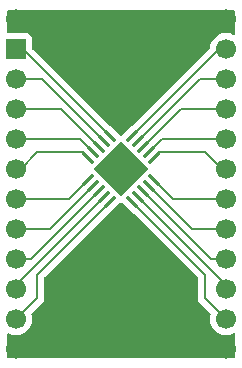
<source format=gtl>
G04 #@! TF.GenerationSoftware,KiCad,Pcbnew,9.0.6*
G04 #@! TF.CreationDate,2026-01-08T12:32:58-06:00*
G04 #@! TF.ProjectId,QFN-20_5x5_P0.65,51464e2d-3230-45f3-9578-355f50302e36,rev?*
G04 #@! TF.SameCoordinates,Original*
G04 #@! TF.FileFunction,Copper,L1,Top*
G04 #@! TF.FilePolarity,Positive*
%FSLAX46Y46*%
G04 Gerber Fmt 4.6, Leading zero omitted, Abs format (unit mm)*
G04 Created by KiCad (PCBNEW 9.0.6) date 2026-01-08 12:32:58*
%MOMM*%
%LPD*%
G01*
G04 APERTURE LIST*
G04 Aperture macros list*
%AMRoundRect*
0 Rectangle with rounded corners*
0 $1 Rounding radius*
0 $2 $3 $4 $5 $6 $7 $8 $9 X,Y pos of 4 corners*
0 Add a 4 corners polygon primitive as box body*
4,1,4,$2,$3,$4,$5,$6,$7,$8,$9,$2,$3,0*
0 Add four circle primitives for the rounded corners*
1,1,$1+$1,$2,$3*
1,1,$1+$1,$4,$5*
1,1,$1+$1,$6,$7*
1,1,$1+$1,$8,$9*
0 Add four rect primitives between the rounded corners*
20,1,$1+$1,$2,$3,$4,$5,0*
20,1,$1+$1,$4,$5,$6,$7,0*
20,1,$1+$1,$6,$7,$8,$9,0*
20,1,$1+$1,$8,$9,$2,$3,0*%
%AMRotRect*
0 Rectangle, with rotation*
0 The origin of the aperture is its center*
0 $1 length*
0 $2 width*
0 $3 Rotation angle, in degrees counterclockwise*
0 Add horizontal line*
21,1,$1,$2,0,0,$3*%
G04 Aperture macros list end*
G04 #@! TA.AperFunction,SMDPad,CuDef*
%ADD10RoundRect,0.075000X-0.424264X0.318198X0.318198X-0.424264X0.424264X-0.318198X-0.318198X0.424264X0*%
G04 #@! TD*
G04 #@! TA.AperFunction,SMDPad,CuDef*
%ADD11RoundRect,0.075000X-0.424264X-0.318198X-0.318198X-0.424264X0.424264X0.318198X0.318198X0.424264X0*%
G04 #@! TD*
G04 #@! TA.AperFunction,HeatsinkPad*
%ADD12C,0.500000*%
G04 #@! TD*
G04 #@! TA.AperFunction,HeatsinkPad*
%ADD13RotRect,3.350000X3.350000X315.000000*%
G04 #@! TD*
G04 #@! TA.AperFunction,ComponentPad*
%ADD14C,1.700000*%
G04 #@! TD*
G04 #@! TA.AperFunction,ComponentPad*
%ADD15R,1.700000X1.700000*%
G04 #@! TD*
G04 #@! TA.AperFunction,ViaPad*
%ADD16C,0.600000*%
G04 #@! TD*
G04 #@! TA.AperFunction,Conductor*
%ADD17C,0.200000*%
G04 #@! TD*
G04 APERTURE END LIST*
D10*
X137015786Y-117046548D03*
X136096548Y-117965786D03*
X137475406Y-116586928D03*
X135636928Y-118425406D03*
X136556166Y-117506166D03*
D11*
X135636928Y-120334594D03*
X136096548Y-120794214D03*
X136556166Y-121253834D03*
X137015786Y-121713452D03*
X137475406Y-122173072D03*
D10*
X139384594Y-122173072D03*
X139844214Y-121713452D03*
X140303834Y-121253834D03*
X140763452Y-120794214D03*
X141223072Y-120334594D03*
D11*
X141223072Y-118425406D03*
X140763452Y-117965786D03*
X140303834Y-117506166D03*
X139844214Y-117046548D03*
X139384594Y-116586928D03*
D12*
X138430000Y-117364746D03*
X137422373Y-118372373D03*
X136414746Y-119380000D03*
X139437627Y-118372373D03*
X138430000Y-119380000D03*
D13*
X138430000Y-119380000D03*
D12*
X137422373Y-120387627D03*
X140445254Y-119380000D03*
X139437627Y-120387627D03*
X138430000Y-121395254D03*
D14*
X129540000Y-106680000D03*
D15*
X129540000Y-109220000D03*
D14*
X129540000Y-111760000D03*
X129540000Y-114300000D03*
X129540000Y-116840000D03*
X129540000Y-119380000D03*
X129540000Y-121920000D03*
X129540000Y-124460000D03*
X129540000Y-127000000D03*
X129540000Y-129540000D03*
X129540000Y-132080000D03*
X129540000Y-134620000D03*
X147320000Y-106680000D03*
X147320000Y-109220000D03*
X147320000Y-111760000D03*
X147320000Y-114300000D03*
X147320000Y-116840000D03*
X147320000Y-119380000D03*
X147320000Y-121920000D03*
X147320000Y-124460000D03*
X147320000Y-127000000D03*
X147320000Y-129540000D03*
X147320000Y-132080000D03*
X147320000Y-134620000D03*
D16*
X138430000Y-115189000D03*
X138430000Y-129540000D03*
X138430000Y-109220000D03*
X138430000Y-123571000D03*
D17*
X145542000Y-130302000D02*
X147320000Y-132080000D01*
X145542000Y-128330478D02*
X145542000Y-130302000D01*
X139384594Y-122173072D02*
X145542000Y-128330478D01*
X131318000Y-130302000D02*
X129540000Y-132080000D01*
X131318000Y-128330478D02*
X131318000Y-130302000D01*
X137475406Y-122173072D02*
X131318000Y-128330478D01*
X147320000Y-129189238D02*
X147320000Y-129540000D01*
X139844214Y-121713452D02*
X147320000Y-129189238D01*
X146050000Y-127000000D02*
X147320000Y-127000000D01*
X140303834Y-121253834D02*
X146050000Y-127000000D01*
X140763452Y-120794214D02*
X144429238Y-124460000D01*
X144429238Y-124460000D02*
X147320000Y-124460000D01*
X142808478Y-121920000D02*
X147320000Y-121920000D01*
X141223072Y-120334594D02*
X142808478Y-121920000D01*
X129540000Y-129189238D02*
X129540000Y-129540000D01*
X137015786Y-121713452D02*
X129540000Y-129189238D01*
X130810000Y-127000000D02*
X129540000Y-127000000D01*
X136556166Y-121253834D02*
X130810000Y-127000000D01*
X132430762Y-124460000D02*
X129540000Y-124460000D01*
X136096548Y-120794214D02*
X132430762Y-124460000D01*
X134051522Y-121920000D02*
X129540000Y-121920000D01*
X135636928Y-120334594D02*
X134051522Y-121920000D01*
X146751522Y-109220000D02*
X147320000Y-109220000D01*
X139384594Y-116586928D02*
X146751522Y-109220000D01*
X130108478Y-109220000D02*
X129540000Y-109220000D01*
X137475406Y-116586928D02*
X130108478Y-109220000D01*
X131729238Y-111760000D02*
X129540000Y-111760000D01*
X137015786Y-117046548D02*
X131729238Y-111760000D01*
X133350000Y-114300000D02*
X129540000Y-114300000D01*
X136556166Y-117506166D02*
X133350000Y-114300000D01*
X145130762Y-111760000D02*
X147320000Y-111760000D01*
X139844214Y-117046548D02*
X145130762Y-111760000D01*
X143510000Y-114300000D02*
X147320000Y-114300000D01*
X140303834Y-117506166D02*
X143510000Y-114300000D01*
X140763452Y-117965786D02*
X141889238Y-116840000D01*
X141889238Y-116840000D02*
X147320000Y-116840000D01*
X146939000Y-119380000D02*
X147320000Y-119380000D01*
X145542000Y-117983000D02*
X146939000Y-119380000D01*
X141665478Y-117983000D02*
X145542000Y-117983000D01*
X141223072Y-118425406D02*
X141665478Y-117983000D01*
X136096548Y-117965786D02*
X134970762Y-116840000D01*
X134970762Y-116840000D02*
X129540000Y-116840000D01*
X129921000Y-119380000D02*
X131318000Y-117983000D01*
X129540000Y-119380000D02*
X129921000Y-119380000D01*
X135194522Y-117983000D02*
X131318000Y-117983000D01*
X135636928Y-118425406D02*
X135194522Y-117983000D01*
G04 #@! TA.AperFunction,Conductor*
G36*
X138518712Y-122226149D02*
G01*
X138523946Y-122232189D01*
X138524050Y-122232099D01*
X138526726Y-122235151D01*
X139322515Y-123030940D01*
X139322523Y-123030947D01*
X139412557Y-123100034D01*
X139412558Y-123100034D01*
X139412559Y-123100035D01*
X139443847Y-123112994D01*
X139474721Y-123125783D01*
X139514950Y-123152663D01*
X144905181Y-128542894D01*
X144938666Y-128604217D01*
X144941500Y-128630575D01*
X144941500Y-130215330D01*
X144941499Y-130215348D01*
X144941499Y-130381054D01*
X144941498Y-130381054D01*
X144941499Y-130381057D01*
X144982423Y-130533785D01*
X144982424Y-130533786D01*
X144986298Y-130540498D01*
X144986300Y-130540500D01*
X145061477Y-130670712D01*
X145061481Y-130670717D01*
X145180349Y-130789585D01*
X145180355Y-130789590D01*
X145986241Y-131595476D01*
X146019726Y-131656799D01*
X146016492Y-131721473D01*
X146002753Y-131763757D01*
X145969500Y-131973713D01*
X145969500Y-132186286D01*
X146002753Y-132396239D01*
X146068444Y-132598414D01*
X146164951Y-132787820D01*
X146289890Y-132959786D01*
X146440213Y-133110109D01*
X146612179Y-133235048D01*
X146612181Y-133235049D01*
X146612184Y-133235051D01*
X146801588Y-133331557D01*
X147003757Y-133397246D01*
X147213713Y-133430500D01*
X147213714Y-133430500D01*
X147426286Y-133430500D01*
X147426287Y-133430500D01*
X147636243Y-133397246D01*
X147838412Y-133331557D01*
X147909205Y-133295485D01*
X147977874Y-133282590D01*
X148042614Y-133308866D01*
X148082872Y-133365972D01*
X148089500Y-133405971D01*
X148089500Y-135265500D01*
X148069815Y-135332539D01*
X148017011Y-135378294D01*
X147965500Y-135389500D01*
X128894500Y-135389500D01*
X128827461Y-135369815D01*
X128781706Y-135317011D01*
X128770500Y-135265500D01*
X128770500Y-133405971D01*
X128790185Y-133338932D01*
X128842989Y-133293177D01*
X128912147Y-133283233D01*
X128950793Y-133295485D01*
X129021588Y-133331557D01*
X129223757Y-133397246D01*
X129433713Y-133430500D01*
X129433714Y-133430500D01*
X129646286Y-133430500D01*
X129646287Y-133430500D01*
X129856243Y-133397246D01*
X130058412Y-133331557D01*
X130247816Y-133235051D01*
X130269789Y-133219086D01*
X130419786Y-133110109D01*
X130419788Y-133110106D01*
X130419792Y-133110104D01*
X130570104Y-132959792D01*
X130570106Y-132959788D01*
X130570109Y-132959786D01*
X130695048Y-132787820D01*
X130695047Y-132787820D01*
X130695051Y-132787816D01*
X130791557Y-132598412D01*
X130857246Y-132396243D01*
X130890500Y-132186287D01*
X130890500Y-131973713D01*
X130857246Y-131763757D01*
X130843506Y-131721473D01*
X130841512Y-131651635D01*
X130873755Y-131595478D01*
X131798520Y-130670716D01*
X131877577Y-130533784D01*
X131918501Y-130381057D01*
X131918501Y-130222942D01*
X131918501Y-130215339D01*
X131918500Y-130215329D01*
X131918500Y-128630574D01*
X131938185Y-128563535D01*
X131954814Y-128542898D01*
X137345051Y-123152660D01*
X137385275Y-123125783D01*
X137447441Y-123100035D01*
X137537476Y-123030948D01*
X137537480Y-123030943D01*
X137537485Y-123030940D01*
X138333274Y-122235151D01*
X138335950Y-122232099D01*
X138336150Y-122232274D01*
X138336153Y-122232272D01*
X138336193Y-122232312D01*
X138337223Y-122233215D01*
X138388043Y-122196102D01*
X138457788Y-122191942D01*
X138518712Y-122226149D01*
G37*
G04 #@! TD.AperFunction*
G04 #@! TA.AperFunction,Conductor*
G36*
X138518712Y-117276401D02*
G01*
X138523946Y-117282441D01*
X138524050Y-117282351D01*
X138526726Y-117285403D01*
X138686119Y-117444796D01*
X138686127Y-117444803D01*
X138686128Y-117444804D01*
X138776163Y-117513891D01*
X138828473Y-117535558D01*
X138882876Y-117579398D01*
X138895582Y-117602666D01*
X138917249Y-117654976D01*
X138917251Y-117654980D01*
X138986338Y-117745014D01*
X138986346Y-117745023D01*
X139145739Y-117904416D01*
X139145747Y-117904423D01*
X139145748Y-117904424D01*
X139235783Y-117973511D01*
X139288095Y-117995179D01*
X139342497Y-118039017D01*
X139355203Y-118062286D01*
X139376871Y-118114597D01*
X139376871Y-118114598D01*
X139445958Y-118204632D01*
X139445966Y-118204641D01*
X139605359Y-118364034D01*
X139605367Y-118364041D01*
X139605368Y-118364042D01*
X139695403Y-118433129D01*
X139747712Y-118454795D01*
X139802114Y-118498635D01*
X139814820Y-118521903D01*
X139836489Y-118574217D01*
X139836489Y-118574218D01*
X139905576Y-118664252D01*
X139905584Y-118664261D01*
X140064977Y-118823654D01*
X140064985Y-118823661D01*
X140064986Y-118823662D01*
X140155021Y-118892749D01*
X140207331Y-118914416D01*
X140261734Y-118958256D01*
X140274440Y-118981524D01*
X140296107Y-119033834D01*
X140296109Y-119033838D01*
X140365196Y-119123872D01*
X140365204Y-119123881D01*
X140524597Y-119283274D01*
X140527649Y-119285950D01*
X140527473Y-119286150D01*
X140527476Y-119286153D01*
X140527435Y-119286193D01*
X140526540Y-119287214D01*
X140563664Y-119338096D01*
X140567793Y-119407844D01*
X140533557Y-119468751D01*
X140527559Y-119473947D01*
X140527649Y-119474050D01*
X140524597Y-119476726D01*
X140365196Y-119636127D01*
X140296109Y-119726161D01*
X140296108Y-119726163D01*
X140274440Y-119778475D01*
X140230598Y-119832878D01*
X140207333Y-119845582D01*
X140155021Y-119867250D01*
X140155019Y-119867251D01*
X140064985Y-119936338D01*
X139905576Y-120095747D01*
X139836489Y-120185781D01*
X139836487Y-120185785D01*
X139814820Y-120238095D01*
X139770979Y-120292499D01*
X139747713Y-120305203D01*
X139695403Y-120326870D01*
X139695401Y-120326871D01*
X139605367Y-120395958D01*
X139445958Y-120555367D01*
X139376871Y-120645401D01*
X139376870Y-120645403D01*
X139355203Y-120697713D01*
X139311361Y-120752116D01*
X139288095Y-120764820D01*
X139235785Y-120786487D01*
X139235781Y-120786489D01*
X139145747Y-120855576D01*
X138986338Y-121014985D01*
X138917251Y-121105019D01*
X138917250Y-121105021D01*
X138895582Y-121157333D01*
X138851740Y-121211736D01*
X138828475Y-121224440D01*
X138776163Y-121246108D01*
X138776161Y-121246109D01*
X138686127Y-121315196D01*
X138526726Y-121474597D01*
X138524050Y-121477649D01*
X138523849Y-121477473D01*
X138523847Y-121477476D01*
X138523806Y-121477435D01*
X138522785Y-121476540D01*
X138471904Y-121513664D01*
X138402156Y-121517793D01*
X138341249Y-121483557D01*
X138336052Y-121477559D01*
X138335950Y-121477649D01*
X138333274Y-121474597D01*
X138173881Y-121315204D01*
X138173872Y-121315196D01*
X138083838Y-121246109D01*
X138083834Y-121246107D01*
X138031524Y-121224440D01*
X137977121Y-121180599D01*
X137964417Y-121157333D01*
X137942749Y-121105021D01*
X137873662Y-121014986D01*
X137873661Y-121014985D01*
X137873654Y-121014977D01*
X137714261Y-120855584D01*
X137714252Y-120855576D01*
X137624217Y-120786489D01*
X137571903Y-120764820D01*
X137517500Y-120720979D01*
X137504796Y-120697713D01*
X137483129Y-120645403D01*
X137414042Y-120555368D01*
X137414041Y-120555367D01*
X137414034Y-120555359D01*
X137254641Y-120395966D01*
X137254632Y-120395958D01*
X137164597Y-120326871D01*
X137112286Y-120305203D01*
X137057883Y-120261362D01*
X137045181Y-120238100D01*
X137023511Y-120185783D01*
X136954424Y-120095748D01*
X136954423Y-120095747D01*
X136954416Y-120095739D01*
X136795023Y-119936346D01*
X136795014Y-119936338D01*
X136704980Y-119867251D01*
X136704976Y-119867249D01*
X136652666Y-119845582D01*
X136598263Y-119801741D01*
X136585559Y-119778475D01*
X136563891Y-119726163D01*
X136494804Y-119636128D01*
X136494803Y-119636127D01*
X136494796Y-119636119D01*
X136335403Y-119476726D01*
X136332351Y-119474050D01*
X136332526Y-119473849D01*
X136332524Y-119473847D01*
X136332564Y-119473806D01*
X136333467Y-119472776D01*
X136296354Y-119421957D01*
X136292194Y-119352212D01*
X136326401Y-119291288D01*
X136332441Y-119286053D01*
X136332351Y-119285950D01*
X136335403Y-119283274D01*
X136494796Y-119123881D01*
X136494799Y-119123876D01*
X136494804Y-119123872D01*
X136563891Y-119033837D01*
X136585559Y-118981524D01*
X136629397Y-118927123D01*
X136652661Y-118914419D01*
X136704979Y-118892749D01*
X136795014Y-118823662D01*
X136795018Y-118823657D01*
X136795023Y-118823654D01*
X136954416Y-118664261D01*
X136954419Y-118664256D01*
X136954424Y-118664252D01*
X137023511Y-118574217D01*
X137045178Y-118521905D01*
X137089017Y-118467503D01*
X137112284Y-118454796D01*
X137164597Y-118433129D01*
X137254632Y-118364042D01*
X137254636Y-118364037D01*
X137254641Y-118364034D01*
X137414034Y-118204641D01*
X137414037Y-118204636D01*
X137414042Y-118204632D01*
X137483129Y-118114597D01*
X137504795Y-118062286D01*
X137548636Y-118007884D01*
X137571901Y-117995180D01*
X137624217Y-117973511D01*
X137714252Y-117904424D01*
X137714256Y-117904419D01*
X137714261Y-117904416D01*
X137873654Y-117745023D01*
X137873657Y-117745018D01*
X137873662Y-117745014D01*
X137942749Y-117654979D01*
X137964417Y-117602666D01*
X138008255Y-117548265D01*
X138031519Y-117535561D01*
X138083837Y-117513891D01*
X138173872Y-117444804D01*
X138173876Y-117444799D01*
X138173881Y-117444796D01*
X138333274Y-117285403D01*
X138335950Y-117282351D01*
X138336150Y-117282526D01*
X138336153Y-117282524D01*
X138336193Y-117282564D01*
X138337223Y-117283467D01*
X138388043Y-117246354D01*
X138457788Y-117242194D01*
X138518712Y-117276401D01*
G37*
G04 #@! TD.AperFunction*
G04 #@! TA.AperFunction,Conductor*
G36*
X148032539Y-105930185D02*
G01*
X148078294Y-105982989D01*
X148089500Y-106034500D01*
X148089500Y-107894028D01*
X148069815Y-107961067D01*
X148017011Y-108006822D01*
X147947853Y-108016766D01*
X147909206Y-108004513D01*
X147838417Y-107968445D01*
X147838414Y-107968444D01*
X147838412Y-107968443D01*
X147636243Y-107902754D01*
X147636241Y-107902753D01*
X147636240Y-107902753D01*
X147474957Y-107877208D01*
X147426287Y-107869500D01*
X147213713Y-107869500D01*
X147165042Y-107877208D01*
X147003760Y-107902753D01*
X146801585Y-107968444D01*
X146612179Y-108064951D01*
X146440213Y-108189890D01*
X146289890Y-108340213D01*
X146164951Y-108512179D01*
X146068444Y-108701585D01*
X146002753Y-108903760D01*
X145968738Y-109118525D01*
X145966832Y-109118223D01*
X145944820Y-109175870D01*
X145933814Y-109188472D01*
X139514949Y-115607336D01*
X139474721Y-115634216D01*
X139412561Y-115659963D01*
X139412557Y-115659965D01*
X139322523Y-115729052D01*
X138526726Y-116524849D01*
X138524050Y-116527901D01*
X138523849Y-116527725D01*
X138523847Y-116527728D01*
X138523806Y-116527687D01*
X138522785Y-116526792D01*
X138471904Y-116563916D01*
X138402156Y-116568045D01*
X138341249Y-116533809D01*
X138336052Y-116527811D01*
X138335950Y-116527901D01*
X138333274Y-116524849D01*
X137537485Y-115729060D01*
X137537476Y-115729052D01*
X137447441Y-115659965D01*
X137385277Y-115634216D01*
X137345049Y-115607336D01*
X130926818Y-109189105D01*
X130893333Y-109127782D01*
X130890499Y-109101424D01*
X130890499Y-108322129D01*
X130890498Y-108322123D01*
X130884091Y-108262516D01*
X130833797Y-108127671D01*
X130833793Y-108127664D01*
X130747547Y-108012455D01*
X130747544Y-108012452D01*
X130632335Y-107926206D01*
X130632328Y-107926202D01*
X130497482Y-107875908D01*
X130497483Y-107875908D01*
X130437883Y-107869501D01*
X130437881Y-107869500D01*
X130437873Y-107869500D01*
X130437865Y-107869500D01*
X128894500Y-107869500D01*
X128827461Y-107849815D01*
X128781706Y-107797011D01*
X128770500Y-107745500D01*
X128770500Y-106034500D01*
X128790185Y-105967461D01*
X128842989Y-105921706D01*
X128894500Y-105910500D01*
X147965500Y-105910500D01*
X148032539Y-105930185D01*
G37*
G04 #@! TD.AperFunction*
M02*

</source>
